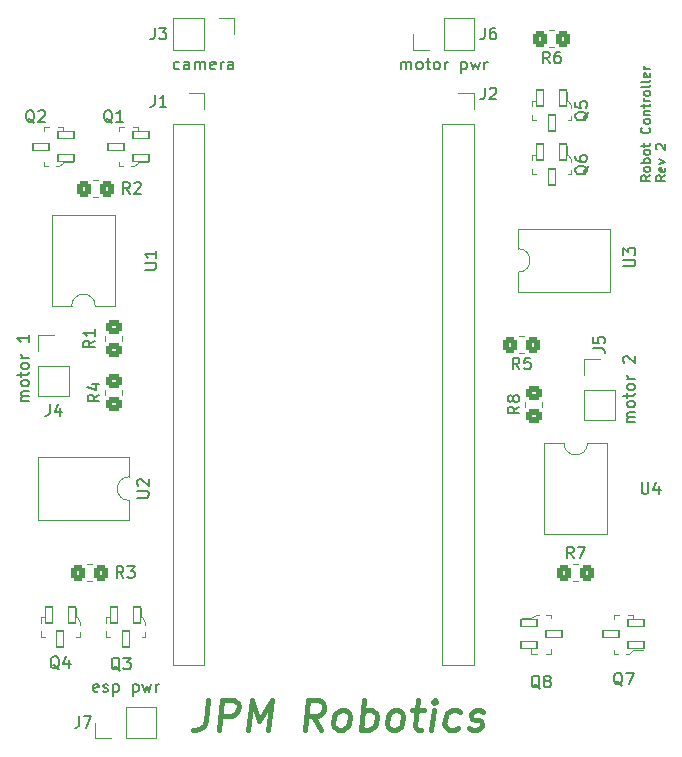
<source format=gto>
G04 #@! TF.GenerationSoftware,KiCad,Pcbnew,(6.0.2)*
G04 #@! TF.CreationDate,2022-12-04T09:30:56-08:00*
G04 #@! TF.ProjectId,robot_pcb,726f626f-745f-4706-9362-2e6b69636164,rev?*
G04 #@! TF.SameCoordinates,Original*
G04 #@! TF.FileFunction,Legend,Top*
G04 #@! TF.FilePolarity,Positive*
%FSLAX46Y46*%
G04 Gerber Fmt 4.6, Leading zero omitted, Abs format (unit mm)*
G04 Created by KiCad (PCBNEW (6.0.2)) date 2022-12-04 09:30:56*
%MOMM*%
%LPD*%
G01*
G04 APERTURE LIST*
G04 Aperture macros list*
%AMRoundRect*
0 Rectangle with rounded corners*
0 $1 Rounding radius*
0 $2 $3 $4 $5 $6 $7 $8 $9 X,Y pos of 4 corners*
0 Add a 4 corners polygon primitive as box body*
4,1,4,$2,$3,$4,$5,$6,$7,$8,$9,$2,$3,0*
0 Add four circle primitives for the rounded corners*
1,1,$1+$1,$2,$3*
1,1,$1+$1,$4,$5*
1,1,$1+$1,$6,$7*
1,1,$1+$1,$8,$9*
0 Add four rect primitives between the rounded corners*
20,1,$1+$1,$2,$3,$4,$5,0*
20,1,$1+$1,$4,$5,$6,$7,0*
20,1,$1+$1,$6,$7,$8,$9,0*
20,1,$1+$1,$8,$9,$2,$3,0*%
G04 Aperture macros list end*
%ADD10C,0.150000*%
%ADD11C,0.450000*%
%ADD12C,0.120000*%
%ADD13C,0.100000*%
%ADD14R,1.700000X1.700000*%
%ADD15O,1.700000X1.700000*%
%ADD16RoundRect,0.070000X-0.300000X0.650000X-0.300000X-0.650000X0.300000X-0.650000X0.300000X0.650000X0*%
%ADD17RoundRect,0.070000X0.650000X0.300000X-0.650000X0.300000X-0.650000X-0.300000X0.650000X-0.300000X0*%
%ADD18C,2.700000*%
%ADD19RoundRect,0.250000X0.350000X0.450000X-0.350000X0.450000X-0.350000X-0.450000X0.350000X-0.450000X0*%
%ADD20R,1.600000X1.600000*%
%ADD21O,1.600000X1.600000*%
%ADD22RoundRect,0.070000X-0.650000X-0.300000X0.650000X-0.300000X0.650000X0.300000X-0.650000X0.300000X0*%
%ADD23RoundRect,0.250000X-0.350000X-0.450000X0.350000X-0.450000X0.350000X0.450000X-0.350000X0.450000X0*%
%ADD24RoundRect,0.250000X0.450000X-0.350000X0.450000X0.350000X-0.450000X0.350000X-0.450000X-0.350000X0*%
%ADD25RoundRect,0.250000X-0.450000X0.350000X-0.450000X-0.350000X0.450000X-0.350000X0.450000X0.350000X0*%
G04 APERTURE END LIST*
D10*
X99512380Y-80001714D02*
X98845714Y-80001714D01*
X98940952Y-80001714D02*
X98893333Y-79954095D01*
X98845714Y-79858857D01*
X98845714Y-79716000D01*
X98893333Y-79620761D01*
X98988571Y-79573142D01*
X99512380Y-79573142D01*
X98988571Y-79573142D02*
X98893333Y-79525523D01*
X98845714Y-79430285D01*
X98845714Y-79287428D01*
X98893333Y-79192190D01*
X98988571Y-79144571D01*
X99512380Y-79144571D01*
X99512380Y-78525523D02*
X99464761Y-78620761D01*
X99417142Y-78668380D01*
X99321904Y-78716000D01*
X99036190Y-78716000D01*
X98940952Y-78668380D01*
X98893333Y-78620761D01*
X98845714Y-78525523D01*
X98845714Y-78382666D01*
X98893333Y-78287428D01*
X98940952Y-78239809D01*
X99036190Y-78192190D01*
X99321904Y-78192190D01*
X99417142Y-78239809D01*
X99464761Y-78287428D01*
X99512380Y-78382666D01*
X99512380Y-78525523D01*
X98845714Y-77906476D02*
X98845714Y-77525523D01*
X98512380Y-77763619D02*
X99369523Y-77763619D01*
X99464761Y-77716000D01*
X99512380Y-77620761D01*
X99512380Y-77525523D01*
X99512380Y-77049333D02*
X99464761Y-77144571D01*
X99417142Y-77192190D01*
X99321904Y-77239809D01*
X99036190Y-77239809D01*
X98940952Y-77192190D01*
X98893333Y-77144571D01*
X98845714Y-77049333D01*
X98845714Y-76906476D01*
X98893333Y-76811238D01*
X98940952Y-76763619D01*
X99036190Y-76716000D01*
X99321904Y-76716000D01*
X99417142Y-76763619D01*
X99464761Y-76811238D01*
X99512380Y-76906476D01*
X99512380Y-77049333D01*
X99512380Y-76287428D02*
X98845714Y-76287428D01*
X99036190Y-76287428D02*
X98940952Y-76239809D01*
X98893333Y-76192190D01*
X98845714Y-76096952D01*
X98845714Y-76001714D01*
X99512380Y-74382666D02*
X99512380Y-74954095D01*
X99512380Y-74668380D02*
X98512380Y-74668380D01*
X98655238Y-74763619D01*
X98750476Y-74858857D01*
X98798095Y-74954095D01*
X150820380Y-81779714D02*
X150153714Y-81779714D01*
X150248952Y-81779714D02*
X150201333Y-81732095D01*
X150153714Y-81636857D01*
X150153714Y-81494000D01*
X150201333Y-81398761D01*
X150296571Y-81351142D01*
X150820380Y-81351142D01*
X150296571Y-81351142D02*
X150201333Y-81303523D01*
X150153714Y-81208285D01*
X150153714Y-81065428D01*
X150201333Y-80970190D01*
X150296571Y-80922571D01*
X150820380Y-80922571D01*
X150820380Y-80303523D02*
X150772761Y-80398761D01*
X150725142Y-80446380D01*
X150629904Y-80494000D01*
X150344190Y-80494000D01*
X150248952Y-80446380D01*
X150201333Y-80398761D01*
X150153714Y-80303523D01*
X150153714Y-80160666D01*
X150201333Y-80065428D01*
X150248952Y-80017809D01*
X150344190Y-79970190D01*
X150629904Y-79970190D01*
X150725142Y-80017809D01*
X150772761Y-80065428D01*
X150820380Y-80160666D01*
X150820380Y-80303523D01*
X150153714Y-79684476D02*
X150153714Y-79303523D01*
X149820380Y-79541619D02*
X150677523Y-79541619D01*
X150772761Y-79494000D01*
X150820380Y-79398761D01*
X150820380Y-79303523D01*
X150820380Y-78827333D02*
X150772761Y-78922571D01*
X150725142Y-78970190D01*
X150629904Y-79017809D01*
X150344190Y-79017809D01*
X150248952Y-78970190D01*
X150201333Y-78922571D01*
X150153714Y-78827333D01*
X150153714Y-78684476D01*
X150201333Y-78589238D01*
X150248952Y-78541619D01*
X150344190Y-78494000D01*
X150629904Y-78494000D01*
X150725142Y-78541619D01*
X150772761Y-78589238D01*
X150820380Y-78684476D01*
X150820380Y-78827333D01*
X150820380Y-78065428D02*
X150153714Y-78065428D01*
X150344190Y-78065428D02*
X150248952Y-78017809D01*
X150201333Y-77970190D01*
X150153714Y-77874952D01*
X150153714Y-77779714D01*
X149915619Y-76732095D02*
X149868000Y-76684476D01*
X149820380Y-76589238D01*
X149820380Y-76351142D01*
X149868000Y-76255904D01*
X149915619Y-76208285D01*
X150010857Y-76160666D01*
X150106095Y-76160666D01*
X150248952Y-76208285D01*
X150820380Y-76779714D01*
X150820380Y-76160666D01*
X152117904Y-60849880D02*
X151736952Y-61116547D01*
X152117904Y-61307023D02*
X151317904Y-61307023D01*
X151317904Y-61002261D01*
X151356000Y-60926071D01*
X151394095Y-60887976D01*
X151470285Y-60849880D01*
X151584571Y-60849880D01*
X151660761Y-60887976D01*
X151698857Y-60926071D01*
X151736952Y-61002261D01*
X151736952Y-61307023D01*
X152117904Y-60392738D02*
X152079809Y-60468928D01*
X152041714Y-60507023D01*
X151965523Y-60545119D01*
X151736952Y-60545119D01*
X151660761Y-60507023D01*
X151622666Y-60468928D01*
X151584571Y-60392738D01*
X151584571Y-60278452D01*
X151622666Y-60202261D01*
X151660761Y-60164166D01*
X151736952Y-60126071D01*
X151965523Y-60126071D01*
X152041714Y-60164166D01*
X152079809Y-60202261D01*
X152117904Y-60278452D01*
X152117904Y-60392738D01*
X152117904Y-59783214D02*
X151317904Y-59783214D01*
X151622666Y-59783214D02*
X151584571Y-59707023D01*
X151584571Y-59554642D01*
X151622666Y-59478452D01*
X151660761Y-59440357D01*
X151736952Y-59402261D01*
X151965523Y-59402261D01*
X152041714Y-59440357D01*
X152079809Y-59478452D01*
X152117904Y-59554642D01*
X152117904Y-59707023D01*
X152079809Y-59783214D01*
X152117904Y-58945119D02*
X152079809Y-59021309D01*
X152041714Y-59059404D01*
X151965523Y-59097500D01*
X151736952Y-59097500D01*
X151660761Y-59059404D01*
X151622666Y-59021309D01*
X151584571Y-58945119D01*
X151584571Y-58830833D01*
X151622666Y-58754642D01*
X151660761Y-58716547D01*
X151736952Y-58678452D01*
X151965523Y-58678452D01*
X152041714Y-58716547D01*
X152079809Y-58754642D01*
X152117904Y-58830833D01*
X152117904Y-58945119D01*
X151584571Y-58449880D02*
X151584571Y-58145119D01*
X151317904Y-58335595D02*
X152003619Y-58335595D01*
X152079809Y-58297500D01*
X152117904Y-58221309D01*
X152117904Y-58145119D01*
X152041714Y-56811785D02*
X152079809Y-56849880D01*
X152117904Y-56964166D01*
X152117904Y-57040357D01*
X152079809Y-57154642D01*
X152003619Y-57230833D01*
X151927428Y-57268928D01*
X151775047Y-57307023D01*
X151660761Y-57307023D01*
X151508380Y-57268928D01*
X151432190Y-57230833D01*
X151356000Y-57154642D01*
X151317904Y-57040357D01*
X151317904Y-56964166D01*
X151356000Y-56849880D01*
X151394095Y-56811785D01*
X152117904Y-56354642D02*
X152079809Y-56430833D01*
X152041714Y-56468928D01*
X151965523Y-56507023D01*
X151736952Y-56507023D01*
X151660761Y-56468928D01*
X151622666Y-56430833D01*
X151584571Y-56354642D01*
X151584571Y-56240357D01*
X151622666Y-56164166D01*
X151660761Y-56126071D01*
X151736952Y-56087976D01*
X151965523Y-56087976D01*
X152041714Y-56126071D01*
X152079809Y-56164166D01*
X152117904Y-56240357D01*
X152117904Y-56354642D01*
X151584571Y-55745119D02*
X152117904Y-55745119D01*
X151660761Y-55745119D02*
X151622666Y-55707023D01*
X151584571Y-55630833D01*
X151584571Y-55516547D01*
X151622666Y-55440357D01*
X151698857Y-55402261D01*
X152117904Y-55402261D01*
X151584571Y-55135595D02*
X151584571Y-54830833D01*
X151317904Y-55021309D02*
X152003619Y-55021309D01*
X152079809Y-54983214D01*
X152117904Y-54907023D01*
X152117904Y-54830833D01*
X152117904Y-54564166D02*
X151584571Y-54564166D01*
X151736952Y-54564166D02*
X151660761Y-54526071D01*
X151622666Y-54487976D01*
X151584571Y-54411785D01*
X151584571Y-54335595D01*
X152117904Y-53954642D02*
X152079809Y-54030833D01*
X152041714Y-54068928D01*
X151965523Y-54107023D01*
X151736952Y-54107023D01*
X151660761Y-54068928D01*
X151622666Y-54030833D01*
X151584571Y-53954642D01*
X151584571Y-53840357D01*
X151622666Y-53764166D01*
X151660761Y-53726071D01*
X151736952Y-53687976D01*
X151965523Y-53687976D01*
X152041714Y-53726071D01*
X152079809Y-53764166D01*
X152117904Y-53840357D01*
X152117904Y-53954642D01*
X152117904Y-53230833D02*
X152079809Y-53307023D01*
X152003619Y-53345119D01*
X151317904Y-53345119D01*
X152117904Y-52811785D02*
X152079809Y-52887976D01*
X152003619Y-52926071D01*
X151317904Y-52926071D01*
X152079809Y-52202261D02*
X152117904Y-52278452D01*
X152117904Y-52430833D01*
X152079809Y-52507023D01*
X152003619Y-52545119D01*
X151698857Y-52545119D01*
X151622666Y-52507023D01*
X151584571Y-52430833D01*
X151584571Y-52278452D01*
X151622666Y-52202261D01*
X151698857Y-52164166D01*
X151775047Y-52164166D01*
X151851238Y-52545119D01*
X152117904Y-51821309D02*
X151584571Y-51821309D01*
X151736952Y-51821309D02*
X151660761Y-51783214D01*
X151622666Y-51745119D01*
X151584571Y-51668928D01*
X151584571Y-51592738D01*
X153405904Y-60849880D02*
X153024952Y-61116547D01*
X153405904Y-61307023D02*
X152605904Y-61307023D01*
X152605904Y-61002261D01*
X152644000Y-60926071D01*
X152682095Y-60887976D01*
X152758285Y-60849880D01*
X152872571Y-60849880D01*
X152948761Y-60887976D01*
X152986857Y-60926071D01*
X153024952Y-61002261D01*
X153024952Y-61307023D01*
X153367809Y-60202261D02*
X153405904Y-60278452D01*
X153405904Y-60430833D01*
X153367809Y-60507023D01*
X153291619Y-60545119D01*
X152986857Y-60545119D01*
X152910666Y-60507023D01*
X152872571Y-60430833D01*
X152872571Y-60278452D01*
X152910666Y-60202261D01*
X152986857Y-60164166D01*
X153063047Y-60164166D01*
X153139238Y-60545119D01*
X152872571Y-59897500D02*
X153405904Y-59707023D01*
X152872571Y-59516547D01*
X152682095Y-58640357D02*
X152644000Y-58602261D01*
X152605904Y-58526071D01*
X152605904Y-58335595D01*
X152644000Y-58259404D01*
X152682095Y-58221309D01*
X152758285Y-58183214D01*
X152834476Y-58183214D01*
X152948761Y-58221309D01*
X153405904Y-58678452D01*
X153405904Y-58183214D01*
X105362666Y-104544761D02*
X105267428Y-104592380D01*
X105076952Y-104592380D01*
X104981714Y-104544761D01*
X104934095Y-104449523D01*
X104934095Y-104068571D01*
X104981714Y-103973333D01*
X105076952Y-103925714D01*
X105267428Y-103925714D01*
X105362666Y-103973333D01*
X105410285Y-104068571D01*
X105410285Y-104163809D01*
X104934095Y-104259047D01*
X105791238Y-104544761D02*
X105886476Y-104592380D01*
X106076952Y-104592380D01*
X106172190Y-104544761D01*
X106219809Y-104449523D01*
X106219809Y-104401904D01*
X106172190Y-104306666D01*
X106076952Y-104259047D01*
X105934095Y-104259047D01*
X105838857Y-104211428D01*
X105791238Y-104116190D01*
X105791238Y-104068571D01*
X105838857Y-103973333D01*
X105934095Y-103925714D01*
X106076952Y-103925714D01*
X106172190Y-103973333D01*
X106648380Y-103925714D02*
X106648380Y-104925714D01*
X106648380Y-103973333D02*
X106743619Y-103925714D01*
X106934095Y-103925714D01*
X107029333Y-103973333D01*
X107076952Y-104020952D01*
X107124571Y-104116190D01*
X107124571Y-104401904D01*
X107076952Y-104497142D01*
X107029333Y-104544761D01*
X106934095Y-104592380D01*
X106743619Y-104592380D01*
X106648380Y-104544761D01*
X108315047Y-103925714D02*
X108315047Y-104925714D01*
X108315047Y-103973333D02*
X108410285Y-103925714D01*
X108600761Y-103925714D01*
X108696000Y-103973333D01*
X108743619Y-104020952D01*
X108791238Y-104116190D01*
X108791238Y-104401904D01*
X108743619Y-104497142D01*
X108696000Y-104544761D01*
X108600761Y-104592380D01*
X108410285Y-104592380D01*
X108315047Y-104544761D01*
X109124571Y-103925714D02*
X109315047Y-104592380D01*
X109505523Y-104116190D01*
X109696000Y-104592380D01*
X109886476Y-103925714D01*
X110267428Y-104592380D02*
X110267428Y-103925714D01*
X110267428Y-104116190D02*
X110315047Y-104020952D01*
X110362666Y-103973333D01*
X110457904Y-103925714D01*
X110553142Y-103925714D01*
D11*
X114705404Y-105310952D02*
X114482190Y-107096666D01*
X114318500Y-107453809D01*
X114050642Y-107691904D01*
X113678619Y-107810952D01*
X113440523Y-107810952D01*
X115583380Y-107810952D02*
X115895880Y-105310952D01*
X116848261Y-105310952D01*
X117071476Y-105430000D01*
X117175642Y-105549047D01*
X117264928Y-105787142D01*
X117220285Y-106144285D01*
X117071476Y-106382380D01*
X116937547Y-106501428D01*
X116684571Y-106620476D01*
X115732190Y-106620476D01*
X118083380Y-107810952D02*
X118395880Y-105310952D01*
X119006000Y-107096666D01*
X120062547Y-105310952D01*
X119750047Y-107810952D01*
X124273857Y-107810952D02*
X123589333Y-106620476D01*
X122845285Y-107810952D02*
X123157785Y-105310952D01*
X124110166Y-105310952D01*
X124333380Y-105430000D01*
X124437547Y-105549047D01*
X124526833Y-105787142D01*
X124482190Y-106144285D01*
X124333380Y-106382380D01*
X124199452Y-106501428D01*
X123946476Y-106620476D01*
X122994095Y-106620476D01*
X125702428Y-107810952D02*
X125479214Y-107691904D01*
X125375047Y-107572857D01*
X125285761Y-107334761D01*
X125375047Y-106620476D01*
X125523857Y-106382380D01*
X125657785Y-106263333D01*
X125910761Y-106144285D01*
X126267904Y-106144285D01*
X126491119Y-106263333D01*
X126595285Y-106382380D01*
X126684571Y-106620476D01*
X126595285Y-107334761D01*
X126446476Y-107572857D01*
X126312547Y-107691904D01*
X126059571Y-107810952D01*
X125702428Y-107810952D01*
X127607190Y-107810952D02*
X127919690Y-105310952D01*
X127800642Y-106263333D02*
X128053619Y-106144285D01*
X128529809Y-106144285D01*
X128753023Y-106263333D01*
X128857190Y-106382380D01*
X128946476Y-106620476D01*
X128857190Y-107334761D01*
X128708380Y-107572857D01*
X128574452Y-107691904D01*
X128321476Y-107810952D01*
X127845285Y-107810952D01*
X127622071Y-107691904D01*
X130226238Y-107810952D02*
X130003023Y-107691904D01*
X129898857Y-107572857D01*
X129809571Y-107334761D01*
X129898857Y-106620476D01*
X130047666Y-106382380D01*
X130181595Y-106263333D01*
X130434571Y-106144285D01*
X130791714Y-106144285D01*
X131014928Y-106263333D01*
X131119095Y-106382380D01*
X131208380Y-106620476D01*
X131119095Y-107334761D01*
X130970285Y-107572857D01*
X130836357Y-107691904D01*
X130583380Y-107810952D01*
X130226238Y-107810952D01*
X131982190Y-106144285D02*
X132934571Y-106144285D01*
X132443500Y-105310952D02*
X132175642Y-107453809D01*
X132264928Y-107691904D01*
X132488142Y-107810952D01*
X132726238Y-107810952D01*
X133559571Y-107810952D02*
X133767904Y-106144285D01*
X133872071Y-105310952D02*
X133738142Y-105430000D01*
X133842309Y-105549047D01*
X133976238Y-105430000D01*
X133872071Y-105310952D01*
X133842309Y-105549047D01*
X135836357Y-107691904D02*
X135583380Y-107810952D01*
X135107190Y-107810952D01*
X134883976Y-107691904D01*
X134779809Y-107572857D01*
X134690523Y-107334761D01*
X134779809Y-106620476D01*
X134928619Y-106382380D01*
X135062547Y-106263333D01*
X135315523Y-106144285D01*
X135791714Y-106144285D01*
X136014928Y-106263333D01*
X136788738Y-107691904D02*
X137011952Y-107810952D01*
X137488142Y-107810952D01*
X137741119Y-107691904D01*
X137889928Y-107453809D01*
X137904809Y-107334761D01*
X137815523Y-107096666D01*
X137592309Y-106977619D01*
X137235166Y-106977619D01*
X137011952Y-106858571D01*
X136922666Y-106620476D01*
X136937547Y-106501428D01*
X137086357Y-106263333D01*
X137339333Y-106144285D01*
X137696476Y-106144285D01*
X137919690Y-106263333D01*
D10*
X131024761Y-51887380D02*
X131024761Y-51220714D01*
X131024761Y-51315952D02*
X131072380Y-51268333D01*
X131167619Y-51220714D01*
X131310476Y-51220714D01*
X131405714Y-51268333D01*
X131453333Y-51363571D01*
X131453333Y-51887380D01*
X131453333Y-51363571D02*
X131500952Y-51268333D01*
X131596190Y-51220714D01*
X131739047Y-51220714D01*
X131834285Y-51268333D01*
X131881904Y-51363571D01*
X131881904Y-51887380D01*
X132500952Y-51887380D02*
X132405714Y-51839761D01*
X132358095Y-51792142D01*
X132310476Y-51696904D01*
X132310476Y-51411190D01*
X132358095Y-51315952D01*
X132405714Y-51268333D01*
X132500952Y-51220714D01*
X132643809Y-51220714D01*
X132739047Y-51268333D01*
X132786666Y-51315952D01*
X132834285Y-51411190D01*
X132834285Y-51696904D01*
X132786666Y-51792142D01*
X132739047Y-51839761D01*
X132643809Y-51887380D01*
X132500952Y-51887380D01*
X133120000Y-51220714D02*
X133500952Y-51220714D01*
X133262857Y-50887380D02*
X133262857Y-51744523D01*
X133310476Y-51839761D01*
X133405714Y-51887380D01*
X133500952Y-51887380D01*
X133977142Y-51887380D02*
X133881904Y-51839761D01*
X133834285Y-51792142D01*
X133786666Y-51696904D01*
X133786666Y-51411190D01*
X133834285Y-51315952D01*
X133881904Y-51268333D01*
X133977142Y-51220714D01*
X134120000Y-51220714D01*
X134215238Y-51268333D01*
X134262857Y-51315952D01*
X134310476Y-51411190D01*
X134310476Y-51696904D01*
X134262857Y-51792142D01*
X134215238Y-51839761D01*
X134120000Y-51887380D01*
X133977142Y-51887380D01*
X134739047Y-51887380D02*
X134739047Y-51220714D01*
X134739047Y-51411190D02*
X134786666Y-51315952D01*
X134834285Y-51268333D01*
X134929523Y-51220714D01*
X135024761Y-51220714D01*
X136120000Y-51220714D02*
X136120000Y-52220714D01*
X136120000Y-51268333D02*
X136215238Y-51220714D01*
X136405714Y-51220714D01*
X136500952Y-51268333D01*
X136548571Y-51315952D01*
X136596190Y-51411190D01*
X136596190Y-51696904D01*
X136548571Y-51792142D01*
X136500952Y-51839761D01*
X136405714Y-51887380D01*
X136215238Y-51887380D01*
X136120000Y-51839761D01*
X136929523Y-51220714D02*
X137120000Y-51887380D01*
X137310476Y-51411190D01*
X137500952Y-51887380D01*
X137691428Y-51220714D01*
X138072380Y-51887380D02*
X138072380Y-51220714D01*
X138072380Y-51411190D02*
X138120000Y-51315952D01*
X138167619Y-51268333D01*
X138262857Y-51220714D01*
X138358095Y-51220714D01*
X112228571Y-51839761D02*
X112133333Y-51887380D01*
X111942857Y-51887380D01*
X111847619Y-51839761D01*
X111800000Y-51792142D01*
X111752380Y-51696904D01*
X111752380Y-51411190D01*
X111800000Y-51315952D01*
X111847619Y-51268333D01*
X111942857Y-51220714D01*
X112133333Y-51220714D01*
X112228571Y-51268333D01*
X113085714Y-51887380D02*
X113085714Y-51363571D01*
X113038095Y-51268333D01*
X112942857Y-51220714D01*
X112752380Y-51220714D01*
X112657142Y-51268333D01*
X113085714Y-51839761D02*
X112990476Y-51887380D01*
X112752380Y-51887380D01*
X112657142Y-51839761D01*
X112609523Y-51744523D01*
X112609523Y-51649285D01*
X112657142Y-51554047D01*
X112752380Y-51506428D01*
X112990476Y-51506428D01*
X113085714Y-51458809D01*
X113561904Y-51887380D02*
X113561904Y-51220714D01*
X113561904Y-51315952D02*
X113609523Y-51268333D01*
X113704761Y-51220714D01*
X113847619Y-51220714D01*
X113942857Y-51268333D01*
X113990476Y-51363571D01*
X113990476Y-51887380D01*
X113990476Y-51363571D02*
X114038095Y-51268333D01*
X114133333Y-51220714D01*
X114276190Y-51220714D01*
X114371428Y-51268333D01*
X114419047Y-51363571D01*
X114419047Y-51887380D01*
X115276190Y-51839761D02*
X115180952Y-51887380D01*
X114990476Y-51887380D01*
X114895238Y-51839761D01*
X114847619Y-51744523D01*
X114847619Y-51363571D01*
X114895238Y-51268333D01*
X114990476Y-51220714D01*
X115180952Y-51220714D01*
X115276190Y-51268333D01*
X115323809Y-51363571D01*
X115323809Y-51458809D01*
X114847619Y-51554047D01*
X115752380Y-51887380D02*
X115752380Y-51220714D01*
X115752380Y-51411190D02*
X115800000Y-51315952D01*
X115847619Y-51268333D01*
X115942857Y-51220714D01*
X116038095Y-51220714D01*
X116800000Y-51887380D02*
X116800000Y-51363571D01*
X116752380Y-51268333D01*
X116657142Y-51220714D01*
X116466666Y-51220714D01*
X116371428Y-51268333D01*
X116800000Y-51839761D02*
X116704761Y-51887380D01*
X116466666Y-51887380D01*
X116371428Y-51839761D01*
X116323809Y-51744523D01*
X116323809Y-51649285D01*
X116371428Y-51554047D01*
X116466666Y-51506428D01*
X116704761Y-51506428D01*
X116800000Y-51458809D01*
X103757666Y-106640380D02*
X103757666Y-107354666D01*
X103710047Y-107497523D01*
X103614809Y-107592761D01*
X103471952Y-107640380D01*
X103376714Y-107640380D01*
X104138619Y-106640380D02*
X104805285Y-106640380D01*
X104376714Y-107640380D01*
X107219761Y-102782619D02*
X107124523Y-102735000D01*
X107029285Y-102639761D01*
X106886428Y-102496904D01*
X106791190Y-102449285D01*
X106695952Y-102449285D01*
X106743571Y-102687380D02*
X106648333Y-102639761D01*
X106553095Y-102544523D01*
X106505476Y-102354047D01*
X106505476Y-102020714D01*
X106553095Y-101830238D01*
X106648333Y-101735000D01*
X106743571Y-101687380D01*
X106934047Y-101687380D01*
X107029285Y-101735000D01*
X107124523Y-101830238D01*
X107172142Y-102020714D01*
X107172142Y-102354047D01*
X107124523Y-102544523D01*
X107029285Y-102639761D01*
X106934047Y-102687380D01*
X106743571Y-102687380D01*
X107505476Y-101687380D02*
X108124523Y-101687380D01*
X107791190Y-102068333D01*
X107934047Y-102068333D01*
X108029285Y-102115952D01*
X108076904Y-102163571D01*
X108124523Y-102258809D01*
X108124523Y-102496904D01*
X108076904Y-102592142D01*
X108029285Y-102639761D01*
X107934047Y-102687380D01*
X107648333Y-102687380D01*
X107553095Y-102639761D01*
X107505476Y-102592142D01*
X106584761Y-56427619D02*
X106489523Y-56380000D01*
X106394285Y-56284761D01*
X106251428Y-56141904D01*
X106156190Y-56094285D01*
X106060952Y-56094285D01*
X106108571Y-56332380D02*
X106013333Y-56284761D01*
X105918095Y-56189523D01*
X105870476Y-55999047D01*
X105870476Y-55665714D01*
X105918095Y-55475238D01*
X106013333Y-55380000D01*
X106108571Y-55332380D01*
X106299047Y-55332380D01*
X106394285Y-55380000D01*
X106489523Y-55475238D01*
X106537142Y-55665714D01*
X106537142Y-55999047D01*
X106489523Y-56189523D01*
X106394285Y-56284761D01*
X106299047Y-56332380D01*
X106108571Y-56332380D01*
X107489523Y-56332380D02*
X106918095Y-56332380D01*
X107203809Y-56332380D02*
X107203809Y-55332380D01*
X107108571Y-55475238D01*
X107013333Y-55570476D01*
X106918095Y-55618095D01*
X110156666Y-54062380D02*
X110156666Y-54776666D01*
X110109047Y-54919523D01*
X110013809Y-55014761D01*
X109870952Y-55062380D01*
X109775714Y-55062380D01*
X111156666Y-55062380D02*
X110585238Y-55062380D01*
X110870952Y-55062380D02*
X110870952Y-54062380D01*
X110775714Y-54205238D01*
X110680476Y-54300476D01*
X110585238Y-54348095D01*
X102078761Y-102689619D02*
X101983523Y-102642000D01*
X101888285Y-102546761D01*
X101745428Y-102403904D01*
X101650190Y-102356285D01*
X101554952Y-102356285D01*
X101602571Y-102594380D02*
X101507333Y-102546761D01*
X101412095Y-102451523D01*
X101364476Y-102261047D01*
X101364476Y-101927714D01*
X101412095Y-101737238D01*
X101507333Y-101642000D01*
X101602571Y-101594380D01*
X101793047Y-101594380D01*
X101888285Y-101642000D01*
X101983523Y-101737238D01*
X102031142Y-101927714D01*
X102031142Y-102261047D01*
X101983523Y-102451523D01*
X101888285Y-102546761D01*
X101793047Y-102594380D01*
X101602571Y-102594380D01*
X102888285Y-101927714D02*
X102888285Y-102594380D01*
X102650190Y-101546761D02*
X102412095Y-102261047D01*
X103031142Y-102261047D01*
X146851619Y-60039238D02*
X146804000Y-60134476D01*
X146708761Y-60229714D01*
X146565904Y-60372571D01*
X146518285Y-60467809D01*
X146518285Y-60563047D01*
X146756380Y-60515428D02*
X146708761Y-60610666D01*
X146613523Y-60705904D01*
X146423047Y-60753523D01*
X146089714Y-60753523D01*
X145899238Y-60705904D01*
X145804000Y-60610666D01*
X145756380Y-60515428D01*
X145756380Y-60324952D01*
X145804000Y-60229714D01*
X145899238Y-60134476D01*
X146089714Y-60086857D01*
X146423047Y-60086857D01*
X146613523Y-60134476D01*
X146708761Y-60229714D01*
X146756380Y-60324952D01*
X146756380Y-60515428D01*
X145756380Y-59229714D02*
X145756380Y-59420190D01*
X145804000Y-59515428D01*
X145851619Y-59563047D01*
X145994476Y-59658285D01*
X146184952Y-59705904D01*
X146565904Y-59705904D01*
X146661142Y-59658285D01*
X146708761Y-59610666D01*
X146756380Y-59515428D01*
X146756380Y-59324952D01*
X146708761Y-59229714D01*
X146661142Y-59182095D01*
X146565904Y-59134476D01*
X146327809Y-59134476D01*
X146232571Y-59182095D01*
X146184952Y-59229714D01*
X146137333Y-59324952D01*
X146137333Y-59515428D01*
X146184952Y-59610666D01*
X146232571Y-59658285D01*
X146327809Y-59705904D01*
X110156666Y-48347380D02*
X110156666Y-49061666D01*
X110109047Y-49204523D01*
X110013809Y-49299761D01*
X109870952Y-49347380D01*
X109775714Y-49347380D01*
X110537619Y-48347380D02*
X111156666Y-48347380D01*
X110823333Y-48728333D01*
X110966190Y-48728333D01*
X111061428Y-48775952D01*
X111109047Y-48823571D01*
X111156666Y-48918809D01*
X111156666Y-49156904D01*
X111109047Y-49252142D01*
X111061428Y-49299761D01*
X110966190Y-49347380D01*
X110680476Y-49347380D01*
X110585238Y-49299761D01*
X110537619Y-49252142D01*
X141041333Y-77286380D02*
X140708000Y-76810190D01*
X140469904Y-77286380D02*
X140469904Y-76286380D01*
X140850857Y-76286380D01*
X140946095Y-76334000D01*
X140993714Y-76381619D01*
X141041333Y-76476857D01*
X141041333Y-76619714D01*
X140993714Y-76714952D01*
X140946095Y-76762571D01*
X140850857Y-76810190D01*
X140469904Y-76810190D01*
X141946095Y-76286380D02*
X141469904Y-76286380D01*
X141422285Y-76762571D01*
X141469904Y-76714952D01*
X141565142Y-76667333D01*
X141803238Y-76667333D01*
X141898476Y-76714952D01*
X141946095Y-76762571D01*
X141993714Y-76857809D01*
X141993714Y-77095904D01*
X141946095Y-77191142D01*
X141898476Y-77238761D01*
X141803238Y-77286380D01*
X141565142Y-77286380D01*
X141469904Y-77238761D01*
X141422285Y-77191142D01*
X149764761Y-104052619D02*
X149669523Y-104005000D01*
X149574285Y-103909761D01*
X149431428Y-103766904D01*
X149336190Y-103719285D01*
X149240952Y-103719285D01*
X149288571Y-103957380D02*
X149193333Y-103909761D01*
X149098095Y-103814523D01*
X149050476Y-103624047D01*
X149050476Y-103290714D01*
X149098095Y-103100238D01*
X149193333Y-103005000D01*
X149288571Y-102957380D01*
X149479047Y-102957380D01*
X149574285Y-103005000D01*
X149669523Y-103100238D01*
X149717142Y-103290714D01*
X149717142Y-103624047D01*
X149669523Y-103814523D01*
X149574285Y-103909761D01*
X149479047Y-103957380D01*
X149288571Y-103957380D01*
X150050476Y-102957380D02*
X150717142Y-102957380D01*
X150288571Y-103957380D01*
X149835380Y-68569904D02*
X150644904Y-68569904D01*
X150740142Y-68522285D01*
X150787761Y-68474666D01*
X150835380Y-68379428D01*
X150835380Y-68188952D01*
X150787761Y-68093714D01*
X150740142Y-68046095D01*
X150644904Y-67998476D01*
X149835380Y-67998476D01*
X149835380Y-67617523D02*
X149835380Y-66998476D01*
X150216333Y-67331809D01*
X150216333Y-67188952D01*
X150263952Y-67093714D01*
X150311571Y-67046095D01*
X150406809Y-66998476D01*
X150644904Y-66998476D01*
X150740142Y-67046095D01*
X150787761Y-67093714D01*
X150835380Y-67188952D01*
X150835380Y-67474666D01*
X150787761Y-67569904D01*
X150740142Y-67617523D01*
X142779761Y-104306619D02*
X142684523Y-104259000D01*
X142589285Y-104163761D01*
X142446428Y-104020904D01*
X142351190Y-103973285D01*
X142255952Y-103973285D01*
X142303571Y-104211380D02*
X142208333Y-104163761D01*
X142113095Y-104068523D01*
X142065476Y-103878047D01*
X142065476Y-103544714D01*
X142113095Y-103354238D01*
X142208333Y-103259000D01*
X142303571Y-103211380D01*
X142494047Y-103211380D01*
X142589285Y-103259000D01*
X142684523Y-103354238D01*
X142732142Y-103544714D01*
X142732142Y-103878047D01*
X142684523Y-104068523D01*
X142589285Y-104163761D01*
X142494047Y-104211380D01*
X142303571Y-104211380D01*
X143303571Y-103639952D02*
X143208333Y-103592333D01*
X143160714Y-103544714D01*
X143113095Y-103449476D01*
X143113095Y-103401857D01*
X143160714Y-103306619D01*
X143208333Y-103259000D01*
X143303571Y-103211380D01*
X143494047Y-103211380D01*
X143589285Y-103259000D01*
X143636904Y-103306619D01*
X143684523Y-103401857D01*
X143684523Y-103449476D01*
X143636904Y-103544714D01*
X143589285Y-103592333D01*
X143494047Y-103639952D01*
X143303571Y-103639952D01*
X143208333Y-103687571D01*
X143160714Y-103735190D01*
X143113095Y-103830428D01*
X143113095Y-104020904D01*
X143160714Y-104116142D01*
X143208333Y-104163761D01*
X143303571Y-104211380D01*
X143494047Y-104211380D01*
X143589285Y-104163761D01*
X143636904Y-104116142D01*
X143684523Y-104020904D01*
X143684523Y-103830428D01*
X143636904Y-103735190D01*
X143589285Y-103687571D01*
X143494047Y-103639952D01*
X107513333Y-94940380D02*
X107180000Y-94464190D01*
X106941904Y-94940380D02*
X106941904Y-93940380D01*
X107322857Y-93940380D01*
X107418095Y-93988000D01*
X107465714Y-94035619D01*
X107513333Y-94130857D01*
X107513333Y-94273714D01*
X107465714Y-94368952D01*
X107418095Y-94416571D01*
X107322857Y-94464190D01*
X106941904Y-94464190D01*
X107846666Y-93940380D02*
X108465714Y-93940380D01*
X108132380Y-94321333D01*
X108275238Y-94321333D01*
X108370476Y-94368952D01*
X108418095Y-94416571D01*
X108465714Y-94511809D01*
X108465714Y-94749904D01*
X108418095Y-94845142D01*
X108370476Y-94892761D01*
X108275238Y-94940380D01*
X107989523Y-94940380D01*
X107894285Y-94892761D01*
X107846666Y-94845142D01*
X138096666Y-53427380D02*
X138096666Y-54141666D01*
X138049047Y-54284523D01*
X137953809Y-54379761D01*
X137810952Y-54427380D01*
X137715714Y-54427380D01*
X138525238Y-53522619D02*
X138572857Y-53475000D01*
X138668095Y-53427380D01*
X138906190Y-53427380D01*
X139001428Y-53475000D01*
X139049047Y-53522619D01*
X139096666Y-53617857D01*
X139096666Y-53713095D01*
X139049047Y-53855952D01*
X138477619Y-54427380D01*
X139096666Y-54427380D01*
X141042380Y-80430666D02*
X140566190Y-80764000D01*
X141042380Y-81002095D02*
X140042380Y-81002095D01*
X140042380Y-80621142D01*
X140090000Y-80525904D01*
X140137619Y-80478285D01*
X140232857Y-80430666D01*
X140375714Y-80430666D01*
X140470952Y-80478285D01*
X140518571Y-80525904D01*
X140566190Y-80621142D01*
X140566190Y-81002095D01*
X140470952Y-79859238D02*
X140423333Y-79954476D01*
X140375714Y-80002095D01*
X140280476Y-80049714D01*
X140232857Y-80049714D01*
X140137619Y-80002095D01*
X140090000Y-79954476D01*
X140042380Y-79859238D01*
X140042380Y-79668761D01*
X140090000Y-79573523D01*
X140137619Y-79525904D01*
X140232857Y-79478285D01*
X140280476Y-79478285D01*
X140375714Y-79525904D01*
X140423333Y-79573523D01*
X140470952Y-79668761D01*
X140470952Y-79859238D01*
X140518571Y-79954476D01*
X140566190Y-80002095D01*
X140661428Y-80049714D01*
X140851904Y-80049714D01*
X140947142Y-80002095D01*
X140994761Y-79954476D01*
X141042380Y-79859238D01*
X141042380Y-79668761D01*
X140994761Y-79573523D01*
X140947142Y-79525904D01*
X140851904Y-79478285D01*
X140661428Y-79478285D01*
X140566190Y-79525904D01*
X140518571Y-79573523D01*
X140470952Y-79668761D01*
X99980761Y-56427619D02*
X99885523Y-56380000D01*
X99790285Y-56284761D01*
X99647428Y-56141904D01*
X99552190Y-56094285D01*
X99456952Y-56094285D01*
X99504571Y-56332380D02*
X99409333Y-56284761D01*
X99314095Y-56189523D01*
X99266476Y-55999047D01*
X99266476Y-55665714D01*
X99314095Y-55475238D01*
X99409333Y-55380000D01*
X99504571Y-55332380D01*
X99695047Y-55332380D01*
X99790285Y-55380000D01*
X99885523Y-55475238D01*
X99933142Y-55665714D01*
X99933142Y-55999047D01*
X99885523Y-56189523D01*
X99790285Y-56284761D01*
X99695047Y-56332380D01*
X99504571Y-56332380D01*
X100314095Y-55427619D02*
X100361714Y-55380000D01*
X100456952Y-55332380D01*
X100695047Y-55332380D01*
X100790285Y-55380000D01*
X100837904Y-55427619D01*
X100885523Y-55522857D01*
X100885523Y-55618095D01*
X100837904Y-55760952D01*
X100266476Y-56332380D01*
X100885523Y-56332380D01*
X105100380Y-74842666D02*
X104624190Y-75176000D01*
X105100380Y-75414095D02*
X104100380Y-75414095D01*
X104100380Y-75033142D01*
X104148000Y-74937904D01*
X104195619Y-74890285D01*
X104290857Y-74842666D01*
X104433714Y-74842666D01*
X104528952Y-74890285D01*
X104576571Y-74937904D01*
X104624190Y-75033142D01*
X104624190Y-75414095D01*
X105100380Y-73890285D02*
X105100380Y-74461714D01*
X105100380Y-74176000D02*
X104100380Y-74176000D01*
X104243238Y-74271238D01*
X104338476Y-74366476D01*
X104386095Y-74461714D01*
X109307380Y-68833904D02*
X110116904Y-68833904D01*
X110212142Y-68786285D01*
X110259761Y-68738666D01*
X110307380Y-68643428D01*
X110307380Y-68452952D01*
X110259761Y-68357714D01*
X110212142Y-68310095D01*
X110116904Y-68262476D01*
X109307380Y-68262476D01*
X110307380Y-67262476D02*
X110307380Y-67833904D01*
X110307380Y-67548190D02*
X109307380Y-67548190D01*
X109450238Y-67643428D01*
X109545476Y-67738666D01*
X109593095Y-67833904D01*
X146851619Y-55467238D02*
X146804000Y-55562476D01*
X146708761Y-55657714D01*
X146565904Y-55800571D01*
X146518285Y-55895809D01*
X146518285Y-55991047D01*
X146756380Y-55943428D02*
X146708761Y-56038666D01*
X146613523Y-56133904D01*
X146423047Y-56181523D01*
X146089714Y-56181523D01*
X145899238Y-56133904D01*
X145804000Y-56038666D01*
X145756380Y-55943428D01*
X145756380Y-55752952D01*
X145804000Y-55657714D01*
X145899238Y-55562476D01*
X146089714Y-55514857D01*
X146423047Y-55514857D01*
X146613523Y-55562476D01*
X146708761Y-55657714D01*
X146756380Y-55752952D01*
X146756380Y-55943428D01*
X145756380Y-54610095D02*
X145756380Y-55086285D01*
X146232571Y-55133904D01*
X146184952Y-55086285D01*
X146137333Y-54991047D01*
X146137333Y-54752952D01*
X146184952Y-54657714D01*
X146232571Y-54610095D01*
X146327809Y-54562476D01*
X146565904Y-54562476D01*
X146661142Y-54610095D01*
X146708761Y-54657714D01*
X146756380Y-54752952D01*
X146756380Y-54991047D01*
X146708761Y-55086285D01*
X146661142Y-55133904D01*
X151384095Y-86843380D02*
X151384095Y-87652904D01*
X151431714Y-87748142D01*
X151479333Y-87795761D01*
X151574571Y-87843380D01*
X151765047Y-87843380D01*
X151860285Y-87795761D01*
X151907904Y-87748142D01*
X151955523Y-87652904D01*
X151955523Y-86843380D01*
X152860285Y-87176714D02*
X152860285Y-87843380D01*
X152622190Y-86795761D02*
X152384095Y-87510047D01*
X153003142Y-87510047D01*
X143597333Y-51378380D02*
X143264000Y-50902190D01*
X143025904Y-51378380D02*
X143025904Y-50378380D01*
X143406857Y-50378380D01*
X143502095Y-50426000D01*
X143549714Y-50473619D01*
X143597333Y-50568857D01*
X143597333Y-50711714D01*
X143549714Y-50806952D01*
X143502095Y-50854571D01*
X143406857Y-50902190D01*
X143025904Y-50902190D01*
X144454476Y-50378380D02*
X144264000Y-50378380D01*
X144168761Y-50426000D01*
X144121142Y-50473619D01*
X144025904Y-50616476D01*
X143978285Y-50806952D01*
X143978285Y-51187904D01*
X144025904Y-51283142D01*
X144073523Y-51330761D01*
X144168761Y-51378380D01*
X144359238Y-51378380D01*
X144454476Y-51330761D01*
X144502095Y-51283142D01*
X144549714Y-51187904D01*
X144549714Y-50949809D01*
X144502095Y-50854571D01*
X144454476Y-50806952D01*
X144359238Y-50759333D01*
X144168761Y-50759333D01*
X144073523Y-50806952D01*
X144025904Y-50854571D01*
X143978285Y-50949809D01*
X138096666Y-48347380D02*
X138096666Y-49061666D01*
X138049047Y-49204523D01*
X137953809Y-49299761D01*
X137810952Y-49347380D01*
X137715714Y-49347380D01*
X139001428Y-48347380D02*
X138810952Y-48347380D01*
X138715714Y-48395000D01*
X138668095Y-48442619D01*
X138572857Y-48585476D01*
X138525238Y-48775952D01*
X138525238Y-49156904D01*
X138572857Y-49252142D01*
X138620476Y-49299761D01*
X138715714Y-49347380D01*
X138906190Y-49347380D01*
X139001428Y-49299761D01*
X139049047Y-49252142D01*
X139096666Y-49156904D01*
X139096666Y-48918809D01*
X139049047Y-48823571D01*
X139001428Y-48775952D01*
X138906190Y-48728333D01*
X138715714Y-48728333D01*
X138620476Y-48775952D01*
X138572857Y-48823571D01*
X138525238Y-48918809D01*
X101266666Y-80224380D02*
X101266666Y-80938666D01*
X101219047Y-81081523D01*
X101123809Y-81176761D01*
X100980952Y-81224380D01*
X100885714Y-81224380D01*
X102171428Y-80557714D02*
X102171428Y-81224380D01*
X101933333Y-80176761D02*
X101695238Y-80891047D01*
X102314285Y-80891047D01*
X147280380Y-75517333D02*
X147994666Y-75517333D01*
X148137523Y-75564952D01*
X148232761Y-75660190D01*
X148280380Y-75803047D01*
X148280380Y-75898285D01*
X147280380Y-74564952D02*
X147280380Y-75041142D01*
X147756571Y-75088761D01*
X147708952Y-75041142D01*
X147661333Y-74945904D01*
X147661333Y-74707809D01*
X147708952Y-74612571D01*
X147756571Y-74564952D01*
X147851809Y-74517333D01*
X148089904Y-74517333D01*
X148185142Y-74564952D01*
X148232761Y-74612571D01*
X148280380Y-74707809D01*
X148280380Y-74945904D01*
X148232761Y-75041142D01*
X148185142Y-75088761D01*
X108037333Y-62428380D02*
X107704000Y-61952190D01*
X107465904Y-62428380D02*
X107465904Y-61428380D01*
X107846857Y-61428380D01*
X107942095Y-61476000D01*
X107989714Y-61523619D01*
X108037333Y-61618857D01*
X108037333Y-61761714D01*
X107989714Y-61856952D01*
X107942095Y-61904571D01*
X107846857Y-61952190D01*
X107465904Y-61952190D01*
X108418285Y-61523619D02*
X108465904Y-61476000D01*
X108561142Y-61428380D01*
X108799238Y-61428380D01*
X108894476Y-61476000D01*
X108942095Y-61523619D01*
X108989714Y-61618857D01*
X108989714Y-61714095D01*
X108942095Y-61856952D01*
X108370666Y-62428380D01*
X108989714Y-62428380D01*
X145629333Y-93290380D02*
X145296000Y-92814190D01*
X145057904Y-93290380D02*
X145057904Y-92290380D01*
X145438857Y-92290380D01*
X145534095Y-92338000D01*
X145581714Y-92385619D01*
X145629333Y-92480857D01*
X145629333Y-92623714D01*
X145581714Y-92718952D01*
X145534095Y-92766571D01*
X145438857Y-92814190D01*
X145057904Y-92814190D01*
X145962666Y-92290380D02*
X146629333Y-92290380D01*
X146200761Y-93290380D01*
X108672380Y-88137904D02*
X109481904Y-88137904D01*
X109577142Y-88090285D01*
X109624761Y-88042666D01*
X109672380Y-87947428D01*
X109672380Y-87756952D01*
X109624761Y-87661714D01*
X109577142Y-87614095D01*
X109481904Y-87566476D01*
X108672380Y-87566476D01*
X108767619Y-87137904D02*
X108720000Y-87090285D01*
X108672380Y-86995047D01*
X108672380Y-86756952D01*
X108720000Y-86661714D01*
X108767619Y-86614095D01*
X108862857Y-86566476D01*
X108958095Y-86566476D01*
X109100952Y-86614095D01*
X109672380Y-87185523D01*
X109672380Y-86566476D01*
X105482380Y-79414666D02*
X105006190Y-79748000D01*
X105482380Y-79986095D02*
X104482380Y-79986095D01*
X104482380Y-79605142D01*
X104530000Y-79509904D01*
X104577619Y-79462285D01*
X104672857Y-79414666D01*
X104815714Y-79414666D01*
X104910952Y-79462285D01*
X104958571Y-79509904D01*
X105006190Y-79605142D01*
X105006190Y-79986095D01*
X104815714Y-78557523D02*
X105482380Y-78557523D01*
X104434761Y-78795619D02*
X105149047Y-79033714D01*
X105149047Y-78414666D01*
D12*
X107691000Y-105858000D02*
X110291000Y-105858000D01*
X107691000Y-108518000D02*
X110291000Y-108518000D01*
X105091000Y-108518000D02*
X105091000Y-107188000D01*
X106421000Y-108518000D02*
X105091000Y-108518000D01*
X107691000Y-108518000D02*
X107691000Y-105858000D01*
X110291000Y-108518000D02*
X110291000Y-105858000D01*
D13*
X106046000Y-98744000D02*
X106046000Y-98269000D01*
X106346000Y-99919000D02*
X106046000Y-99919000D01*
X109346000Y-98644000D02*
X109071000Y-98269000D01*
X109021000Y-98269000D02*
X109021000Y-97494000D01*
X106046000Y-99919000D02*
X106046000Y-99469000D01*
X109346000Y-98919000D02*
X109346000Y-98644000D01*
X109346000Y-99544000D02*
X109346000Y-99919000D01*
X109071000Y-98269000D02*
X109021000Y-98269000D01*
X106046000Y-98269000D02*
X106396000Y-98269000D01*
X106271000Y-99919000D02*
X106396000Y-99919000D01*
X109346000Y-99919000D02*
X109046000Y-99919000D01*
X107125000Y-60070000D02*
X107125000Y-59770000D01*
X108775000Y-56770000D02*
X108775000Y-57120000D01*
X108125000Y-60070000D02*
X108400000Y-60070000D01*
X107125000Y-57070000D02*
X107125000Y-56770000D01*
X108775000Y-59795000D02*
X108775000Y-59745000D01*
X107125000Y-56770000D02*
X107575000Y-56770000D01*
X108400000Y-60070000D02*
X108775000Y-59795000D01*
X107500000Y-60070000D02*
X107125000Y-60070000D01*
X107125000Y-56995000D02*
X107125000Y-57120000D01*
X108300000Y-56770000D02*
X108775000Y-56770000D01*
X108775000Y-59745000D02*
X109550000Y-59745000D01*
D12*
X113030000Y-53925000D02*
X114360000Y-53925000D01*
X111700000Y-102305000D02*
X114360000Y-102305000D01*
X114360000Y-56525000D02*
X114360000Y-102305000D01*
X114360000Y-53925000D02*
X114360000Y-55255000D01*
X111700000Y-56525000D02*
X111700000Y-102305000D01*
X111700000Y-56525000D02*
X114360000Y-56525000D01*
D13*
X103824000Y-99919000D02*
X103524000Y-99919000D01*
X100824000Y-99919000D02*
X100524000Y-99919000D01*
X100524000Y-98744000D02*
X100524000Y-98269000D01*
X103824000Y-98644000D02*
X103549000Y-98269000D01*
X100524000Y-98269000D02*
X100874000Y-98269000D01*
X100749000Y-99919000D02*
X100874000Y-99919000D01*
X100524000Y-99919000D02*
X100524000Y-99469000D01*
X103549000Y-98269000D02*
X103499000Y-98269000D01*
X103499000Y-98269000D02*
X103499000Y-97494000D01*
X103824000Y-98919000D02*
X103824000Y-98644000D01*
X103824000Y-99544000D02*
X103824000Y-99919000D01*
X145139000Y-59119000D02*
X145089000Y-59119000D01*
X145414000Y-59769000D02*
X145414000Y-59494000D01*
X145089000Y-59119000D02*
X145089000Y-58344000D01*
X142114000Y-59594000D02*
X142114000Y-59119000D01*
X145414000Y-60769000D02*
X145114000Y-60769000D01*
X142339000Y-60769000D02*
X142464000Y-60769000D01*
X142114000Y-59119000D02*
X142464000Y-59119000D01*
X145414000Y-59494000D02*
X145139000Y-59119000D01*
X142414000Y-60769000D02*
X142114000Y-60769000D01*
X142114000Y-60769000D02*
X142114000Y-60319000D01*
X145414000Y-60394000D02*
X145414000Y-60769000D01*
D12*
X116900000Y-47565000D02*
X116900000Y-48895000D01*
X114300000Y-47565000D02*
X111700000Y-47565000D01*
X114300000Y-50225000D02*
X111700000Y-50225000D01*
X115570000Y-47565000D02*
X116900000Y-47565000D01*
X111700000Y-47565000D02*
X111700000Y-50225000D01*
X114300000Y-47565000D02*
X114300000Y-50225000D01*
X141435064Y-75919000D02*
X140980936Y-75919000D01*
X141435064Y-74449000D02*
X140980936Y-74449000D01*
D13*
X150210000Y-98045000D02*
X150685000Y-98045000D01*
X149035000Y-98345000D02*
X149035000Y-98045000D01*
X149035000Y-101345000D02*
X149035000Y-101045000D01*
X149035000Y-98270000D02*
X149035000Y-98395000D01*
X150685000Y-98045000D02*
X150685000Y-98395000D01*
X150685000Y-101020000D02*
X151460000Y-101020000D01*
X150685000Y-101070000D02*
X150685000Y-101020000D01*
X150035000Y-101345000D02*
X150310000Y-101345000D01*
X149410000Y-101345000D02*
X149035000Y-101345000D01*
X149035000Y-98045000D02*
X149485000Y-98045000D01*
X150310000Y-101345000D02*
X150685000Y-101070000D01*
D12*
X140925000Y-69062000D02*
X140925000Y-70712000D01*
X148665000Y-65412000D02*
X140925000Y-65412000D01*
X140925000Y-70712000D02*
X148665000Y-70712000D01*
X148665000Y-70712000D02*
X148665000Y-65412000D01*
X140925000Y-65412000D02*
X140925000Y-67062000D01*
X140925000Y-69062000D02*
G75*
G03*
X140925000Y-67062000I0J1000000D01*
G01*
D13*
X143325000Y-98045000D02*
X143700000Y-98045000D01*
X142700000Y-98045000D02*
X142425000Y-98045000D01*
X143700000Y-101345000D02*
X143250000Y-101345000D01*
X142050000Y-98320000D02*
X142050000Y-98370000D01*
X142050000Y-101345000D02*
X142050000Y-100995000D01*
X143700000Y-101045000D02*
X143700000Y-101345000D01*
X143700000Y-98045000D02*
X143700000Y-98345000D01*
X143700000Y-101120000D02*
X143700000Y-100995000D01*
X142525000Y-101345000D02*
X142050000Y-101345000D01*
X142050000Y-98370000D02*
X141275000Y-98370000D01*
X142425000Y-98045000D02*
X142050000Y-98320000D01*
D12*
X104420936Y-93753000D02*
X104875064Y-93753000D01*
X104420936Y-95223000D02*
X104875064Y-95223000D01*
X135830000Y-53915000D02*
X137160000Y-53915000D01*
X134500000Y-56515000D02*
X134500000Y-102295000D01*
X134500000Y-102295000D02*
X137160000Y-102295000D01*
X137160000Y-56515000D02*
X137160000Y-102295000D01*
X137160000Y-53915000D02*
X137160000Y-55245000D01*
X134500000Y-56515000D02*
X137160000Y-56515000D01*
X142975000Y-80491064D02*
X142975000Y-80036936D01*
X141505000Y-80491064D02*
X141505000Y-80036936D01*
D13*
X102050000Y-60070000D02*
X102425000Y-59795000D01*
X100775000Y-60070000D02*
X100775000Y-59770000D01*
X101775000Y-60070000D02*
X102050000Y-60070000D01*
X100775000Y-57070000D02*
X100775000Y-56770000D01*
X102425000Y-59745000D02*
X103200000Y-59745000D01*
X102425000Y-56770000D02*
X102425000Y-57120000D01*
X102425000Y-59795000D02*
X102425000Y-59745000D01*
X100775000Y-56770000D02*
X101225000Y-56770000D01*
X101950000Y-56770000D02*
X102425000Y-56770000D01*
X101150000Y-60070000D02*
X100775000Y-60070000D01*
X100775000Y-56995000D02*
X100775000Y-57120000D01*
D12*
X105945000Y-74448936D02*
X105945000Y-74903064D01*
X107415000Y-74448936D02*
X107415000Y-74903064D01*
X105130000Y-71927000D02*
X106780000Y-71927000D01*
X106780000Y-64187000D02*
X101480000Y-64187000D01*
X101480000Y-64187000D02*
X101480000Y-71927000D01*
X106780000Y-71927000D02*
X106780000Y-64187000D01*
X101480000Y-71927000D02*
X103130000Y-71927000D01*
X105130000Y-71927000D02*
G75*
G03*
X103130000Y-71927000I-1000000J0D01*
G01*
D13*
X145089000Y-54547000D02*
X145089000Y-53772000D01*
X142114000Y-55022000D02*
X142114000Y-54547000D01*
X145414000Y-55197000D02*
X145414000Y-54922000D01*
X142114000Y-56197000D02*
X142114000Y-55747000D01*
X142414000Y-56197000D02*
X142114000Y-56197000D01*
X142339000Y-56197000D02*
X142464000Y-56197000D01*
X145139000Y-54547000D02*
X145089000Y-54547000D01*
X145414000Y-54922000D02*
X145139000Y-54547000D01*
X142114000Y-54547000D02*
X142464000Y-54547000D01*
X145414000Y-56197000D02*
X145114000Y-56197000D01*
X145414000Y-55822000D02*
X145414000Y-56197000D01*
D12*
X143156000Y-83521000D02*
X143156000Y-91261000D01*
X144806000Y-83521000D02*
X143156000Y-83521000D01*
X143156000Y-91261000D02*
X148456000Y-91261000D01*
X148456000Y-83521000D02*
X146806000Y-83521000D01*
X148456000Y-91261000D02*
X148456000Y-83521000D01*
X144806000Y-83521000D02*
G75*
G03*
X146806000Y-83521000I1000000J0D01*
G01*
X143991064Y-50011000D02*
X143536936Y-50011000D01*
X143991064Y-48541000D02*
X143536936Y-48541000D01*
X134620000Y-47565000D02*
X137220000Y-47565000D01*
X133350000Y-50225000D02*
X132020000Y-50225000D01*
X137220000Y-50225000D02*
X137220000Y-47565000D01*
X134620000Y-50225000D02*
X137220000Y-50225000D01*
X132020000Y-50225000D02*
X132020000Y-48895000D01*
X134620000Y-50225000D02*
X134620000Y-47565000D01*
X100270000Y-76962000D02*
X100270000Y-79562000D01*
X100270000Y-75692000D02*
X100270000Y-74362000D01*
X102930000Y-76962000D02*
X102930000Y-79562000D01*
X100270000Y-76962000D02*
X102930000Y-76962000D01*
X100270000Y-74362000D02*
X101600000Y-74362000D01*
X100270000Y-79562000D02*
X102930000Y-79562000D01*
X146498000Y-81594000D02*
X149158000Y-81594000D01*
X146498000Y-77724000D02*
X146498000Y-76394000D01*
X149158000Y-78994000D02*
X149158000Y-81594000D01*
X146498000Y-76394000D02*
X147828000Y-76394000D01*
X146498000Y-78994000D02*
X149158000Y-78994000D01*
X146498000Y-78994000D02*
X146498000Y-81594000D01*
X104928936Y-61241000D02*
X105383064Y-61241000D01*
X104928936Y-62711000D02*
X105383064Y-62711000D01*
X145568936Y-95223000D02*
X146023064Y-95223000D01*
X145568936Y-93753000D02*
X146023064Y-93753000D01*
X100255000Y-90036000D02*
X107995000Y-90036000D01*
X107995000Y-84736000D02*
X100255000Y-84736000D01*
X107995000Y-86386000D02*
X107995000Y-84736000D01*
X100255000Y-84736000D02*
X100255000Y-90036000D01*
X107995000Y-90036000D02*
X107995000Y-88386000D01*
X107995000Y-86386000D02*
G75*
G03*
X107995000Y-88386000I0J-1000000D01*
G01*
X105945000Y-79475064D02*
X105945000Y-79020936D01*
X107415000Y-79475064D02*
X107415000Y-79020936D01*
%LPC*%
D14*
X106421000Y-107188000D03*
D15*
X108961000Y-107188000D03*
D16*
X108646000Y-98044000D03*
X106746000Y-98044000D03*
X107696000Y-100144000D03*
D17*
X109000000Y-59370000D03*
X109000000Y-57470000D03*
X106900000Y-58420000D03*
D14*
X113030000Y-55255000D03*
D15*
X113030000Y-57795000D03*
X113030000Y-60335000D03*
X113030000Y-62875000D03*
X113030000Y-65415000D03*
X113030000Y-67955000D03*
X113030000Y-70495000D03*
X113030000Y-73035000D03*
X113030000Y-75575000D03*
X113030000Y-78115000D03*
X113030000Y-80655000D03*
X113030000Y-83195000D03*
X113030000Y-85735000D03*
X113030000Y-88275000D03*
X113030000Y-90815000D03*
X113030000Y-93355000D03*
X113030000Y-95895000D03*
X113030000Y-98435000D03*
X113030000Y-100975000D03*
D16*
X103124000Y-98044000D03*
X101224000Y-98044000D03*
X102174000Y-100144000D03*
D18*
X97155000Y-47244000D03*
D16*
X144714000Y-58894000D03*
X142814000Y-58894000D03*
X143764000Y-60994000D03*
D14*
X115570000Y-48895000D03*
D15*
X113030000Y-48895000D03*
D19*
X142208000Y-75184000D03*
X140208000Y-75184000D03*
D17*
X150910000Y-100645000D03*
X150910000Y-98745000D03*
X148810000Y-99695000D03*
D20*
X142255000Y-71872000D03*
D21*
X144795000Y-71872000D03*
X147335000Y-71872000D03*
X147335000Y-64252000D03*
X144795000Y-64252000D03*
X142255000Y-64252000D03*
D22*
X141825000Y-98745000D03*
X141825000Y-100645000D03*
X143925000Y-99695000D03*
D23*
X103648000Y-94488000D03*
X105648000Y-94488000D03*
D14*
X135830000Y-55245000D03*
D15*
X135830000Y-57785000D03*
X135830000Y-60325000D03*
X135830000Y-62865000D03*
X135830000Y-65405000D03*
X135830000Y-67945000D03*
X135830000Y-70485000D03*
X135830000Y-73025000D03*
X135830000Y-75565000D03*
X135830000Y-78105000D03*
X135830000Y-80645000D03*
X135830000Y-83185000D03*
X135830000Y-85725000D03*
X135830000Y-88265000D03*
X135830000Y-90805000D03*
X135830000Y-93345000D03*
X135830000Y-95885000D03*
X135830000Y-98425000D03*
X135830000Y-100965000D03*
D24*
X142240000Y-81264000D03*
X142240000Y-79264000D03*
D17*
X102650000Y-59370000D03*
X102650000Y-57470000D03*
X100550000Y-58420000D03*
D18*
X152400000Y-47244000D03*
D25*
X106680000Y-73676000D03*
X106680000Y-75676000D03*
D20*
X107940000Y-70597000D03*
D21*
X107940000Y-68057000D03*
X107940000Y-65517000D03*
X100320000Y-65517000D03*
X100320000Y-68057000D03*
X100320000Y-70597000D03*
D18*
X97155000Y-107950000D03*
D16*
X144714000Y-54322000D03*
X142814000Y-54322000D03*
X143764000Y-56422000D03*
D20*
X141996000Y-84851000D03*
D21*
X141996000Y-87391000D03*
X141996000Y-89931000D03*
X149616000Y-89931000D03*
X149616000Y-87391000D03*
X149616000Y-84851000D03*
D19*
X144764000Y-49276000D03*
X142764000Y-49276000D03*
D14*
X133350000Y-48895000D03*
D15*
X135890000Y-48895000D03*
D18*
X152400000Y-107950000D03*
D14*
X101600000Y-75692000D03*
D15*
X101600000Y-78232000D03*
D14*
X147828000Y-77724000D03*
D15*
X147828000Y-80264000D03*
D23*
X104156000Y-61976000D03*
X106156000Y-61976000D03*
X144796000Y-94488000D03*
X146796000Y-94488000D03*
D20*
X106665000Y-83576000D03*
D21*
X104125000Y-83576000D03*
X101585000Y-83576000D03*
X101585000Y-91196000D03*
X104125000Y-91196000D03*
X106665000Y-91196000D03*
D24*
X106680000Y-80248000D03*
X106680000Y-78248000D03*
M02*

</source>
